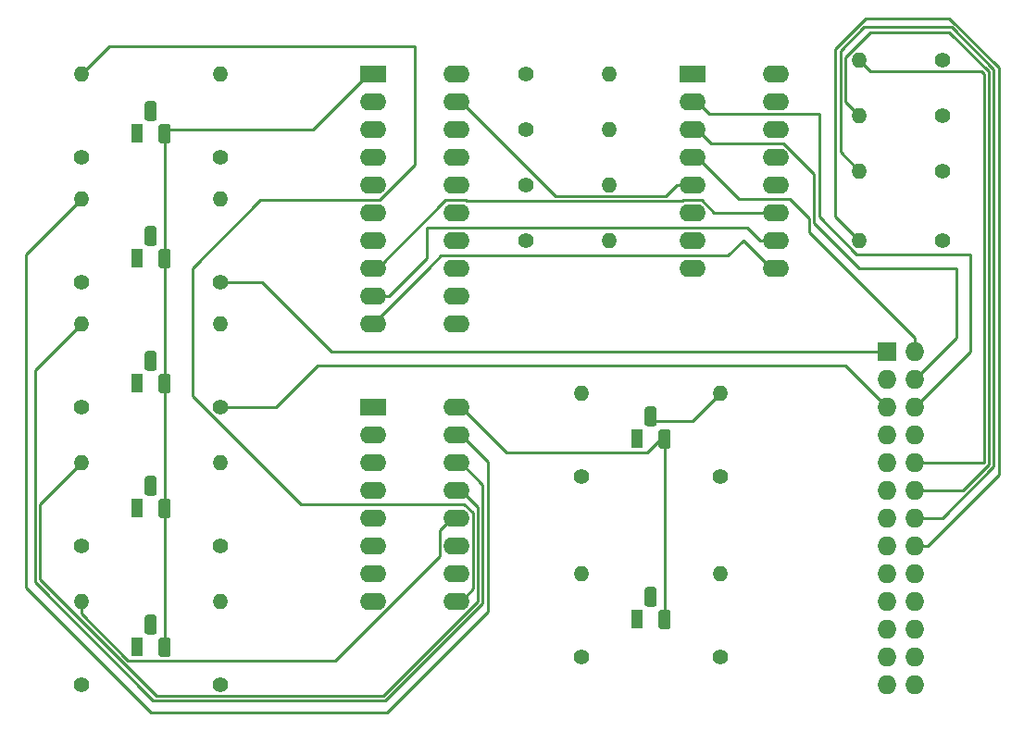
<source format=gbr>
G04 #@! TF.GenerationSoftware,KiCad,Pcbnew,5.0.0+dfsg1-2*
G04 #@! TF.CreationDate,2018-11-20T21:01:12-06:00*
G04 #@! TF.ProjectId,49es,343965732E6B696361645F7063620000,rev?*
G04 #@! TF.SameCoordinates,Original*
G04 #@! TF.FileFunction,Copper,L2,Bot,Signal*
G04 #@! TF.FilePolarity,Positive*
%FSLAX46Y46*%
G04 Gerber Fmt 4.6, Leading zero omitted, Abs format (unit mm)*
G04 Created by KiCad (PCBNEW 5.0.0+dfsg1-2) date Tue Nov 20 21:01:12 2018*
%MOMM*%
%LPD*%
G01*
G04 APERTURE LIST*
G04 #@! TA.AperFunction,ComponentPad*
%ADD10O,2.400000X1.600000*%
G04 #@! TD*
G04 #@! TA.AperFunction,ComponentPad*
%ADD11R,2.400000X1.600000*%
G04 #@! TD*
G04 #@! TA.AperFunction,ComponentPad*
%ADD12R,1.727200X1.727200*%
G04 #@! TD*
G04 #@! TA.AperFunction,ComponentPad*
%ADD13O,1.727200X1.727200*%
G04 #@! TD*
G04 #@! TA.AperFunction,ComponentPad*
%ADD14R,1.100000X1.800000*%
G04 #@! TD*
G04 #@! TA.AperFunction,Conductor*
%ADD15C,0.100000*%
G04 #@! TD*
G04 #@! TA.AperFunction,ComponentPad*
%ADD16C,1.100000*%
G04 #@! TD*
G04 #@! TA.AperFunction,ComponentPad*
%ADD17O,1.400000X1.400000*%
G04 #@! TD*
G04 #@! TA.AperFunction,ComponentPad*
%ADD18C,1.400000*%
G04 #@! TD*
G04 #@! TA.AperFunction,Conductor*
%ADD19C,0.250000*%
G04 #@! TD*
G04 APERTURE END LIST*
D10*
G04 #@! TO.P,3-to-8,16*
G04 #@! TO.N,+3V3*
X147320000Y-71120000D03*
G04 #@! TO.P,3-to-8,8*
G04 #@! TO.N,GND*
X139700000Y-88900000D03*
G04 #@! TO.P,3-to-8,15*
G04 #@! TO.N,Net-(3-to-8-Pad15)*
X147320000Y-73660000D03*
G04 #@! TO.P,3-to-8,7*
G04 #@! TO.N,Net-(3-to-8-Pad7)*
X139700000Y-86360000D03*
G04 #@! TO.P,3-to-8,14*
G04 #@! TO.N,Net-(3-to-8-Pad14)*
X147320000Y-76200000D03*
G04 #@! TO.P,3-to-8,6*
G04 #@! TO.N,+3V3*
X139700000Y-83820000D03*
G04 #@! TO.P,3-to-8,13*
G04 #@! TO.N,Net-(3-to-8-Pad13)*
X147320000Y-78740000D03*
G04 #@! TO.P,3-to-8,5*
G04 #@! TO.N,GND*
X139700000Y-81280000D03*
G04 #@! TO.P,3-to-8,12*
G04 #@! TO.N,Net-(3-to-8-Pad12)*
X147320000Y-81280000D03*
G04 #@! TO.P,3-to-8,4*
G04 #@! TO.N,GND*
X139700000Y-78740000D03*
G04 #@! TO.P,3-to-8,11*
G04 #@! TO.N,Net-(3-to-8-Pad11)*
X147320000Y-83820000D03*
G04 #@! TO.P,3-to-8,3*
G04 #@! TO.N,Net-(3-to-8-Pad3)*
X139700000Y-76200000D03*
G04 #@! TO.P,3-to-8,10*
G04 #@! TO.N,Net-(3-to-8-Pad10)*
X147320000Y-86360000D03*
G04 #@! TO.P,3-to-8,2*
G04 #@! TO.N,Net-(3-to-8-Pad2)*
X139700000Y-73660000D03*
G04 #@! TO.P,3-to-8,9*
G04 #@! TO.N,Net-(3-to-8-Pad9)*
X147320000Y-88900000D03*
D11*
G04 #@! TO.P,3-to-8,1*
G04 #@! TO.N,Net-(3-to-8-Pad1)*
X139700000Y-71120000D03*
G04 #@! TD*
D12*
G04 #@! TO.P,J1,1*
G04 #@! TO.N,Net-(J1-Pad1)*
X186690000Y-66040000D03*
D13*
G04 #@! TO.P,J1,2*
G04 #@! TO.N,Net-(J1-Pad2)*
X189230000Y-66040000D03*
G04 #@! TO.P,J1,3*
G04 #@! TO.N,Net-(J1-Pad3)*
X186690000Y-68580000D03*
G04 #@! TO.P,J1,4*
G04 #@! TO.N,Net-(J1-Pad4)*
X189230000Y-68580000D03*
G04 #@! TO.P,J1,5*
G04 #@! TO.N,Net-(J1-Pad5)*
X186690000Y-71120000D03*
G04 #@! TO.P,J1,6*
G04 #@! TO.N,Net-(J1-Pad6)*
X189230000Y-71120000D03*
G04 #@! TO.P,J1,7*
G04 #@! TO.N,Net-(J1-Pad7)*
X186690000Y-73660000D03*
G04 #@! TO.P,J1,8*
G04 #@! TO.N,Net-(J1-Pad8)*
X189230000Y-73660000D03*
G04 #@! TO.P,J1,9*
G04 #@! TO.N,Net-(J1-Pad9)*
X186690000Y-76200000D03*
G04 #@! TO.P,J1,10*
G04 #@! TO.N,Net-(J1-Pad10)*
X189230000Y-76200000D03*
G04 #@! TO.P,J1,11*
G04 #@! TO.N,Net-(J1-Pad11)*
X186690000Y-78740000D03*
G04 #@! TO.P,J1,12*
G04 #@! TO.N,Net-(J1-Pad12)*
X189230000Y-78740000D03*
G04 #@! TO.P,J1,13*
G04 #@! TO.N,Net-(J1-Pad13)*
X186690000Y-81280000D03*
G04 #@! TO.P,J1,14*
G04 #@! TO.N,Net-(J1-Pad14)*
X189230000Y-81280000D03*
G04 #@! TO.P,J1,15*
G04 #@! TO.N,Net-(J1-Pad15)*
X186690000Y-83820000D03*
G04 #@! TO.P,J1,16*
G04 #@! TO.N,Net-(J1-Pad16)*
X189230000Y-83820000D03*
G04 #@! TO.P,J1,17*
G04 #@! TO.N,Net-(J1-Pad17)*
X186690000Y-86360000D03*
G04 #@! TO.P,J1,18*
G04 #@! TO.N,Net-(J1-Pad18)*
X189230000Y-86360000D03*
G04 #@! TO.P,J1,19*
G04 #@! TO.N,Net-(J1-Pad19)*
X186690000Y-88900000D03*
G04 #@! TO.P,J1,20*
G04 #@! TO.N,Net-(J1-Pad20)*
X189230000Y-88900000D03*
G04 #@! TO.P,J1,21*
G04 #@! TO.N,Net-(J1-Pad21)*
X186690000Y-91440000D03*
G04 #@! TO.P,J1,22*
G04 #@! TO.N,Net-(J1-Pad22)*
X189230000Y-91440000D03*
G04 #@! TO.P,J1,23*
G04 #@! TO.N,Net-(J1-Pad23)*
X186690000Y-93980000D03*
G04 #@! TO.P,J1,24*
G04 #@! TO.N,Net-(J1-Pad24)*
X189230000Y-93980000D03*
G04 #@! TO.P,J1,25*
G04 #@! TO.N,Net-(J1-Pad25)*
X186690000Y-96520000D03*
G04 #@! TO.P,J1,26*
G04 #@! TO.N,Net-(J1-Pad26)*
X189230000Y-96520000D03*
G04 #@! TD*
D11*
G04 #@! TO.P,MSP1,1*
G04 #@! TO.N,+3V3*
X139700000Y-40640000D03*
D10*
G04 #@! TO.P,MSP1,11*
G04 #@! TO.N,Net-(3-to-8-Pad1)*
X147320000Y-63500000D03*
G04 #@! TO.P,MSP1,2*
G04 #@! TO.N,Net-(MSP1-Pad2)*
X139700000Y-43180000D03*
G04 #@! TO.P,MSP1,12*
G04 #@! TO.N,Net-(3-to-8-Pad2)*
X147320000Y-60960000D03*
G04 #@! TO.P,MSP1,3*
G04 #@! TO.N,Net-(MSP1-Pad3)*
X139700000Y-45720000D03*
G04 #@! TO.P,MSP1,13*
G04 #@! TO.N,Net-(3-to-8-Pad3)*
X147320000Y-58420000D03*
G04 #@! TO.P,MSP1,4*
G04 #@! TO.N,Net-(MSP1-Pad4)*
X139700000Y-48260000D03*
G04 #@! TO.P,MSP1,14*
G04 #@! TO.N,Net-(MSP1-Pad14)*
X147320000Y-55880000D03*
G04 #@! TO.P,MSP1,5*
G04 #@! TO.N,Net-(MSP1-Pad5)*
X139700000Y-50800000D03*
G04 #@! TO.P,MSP1,15*
G04 #@! TO.N,Net-(MSP1-Pad15)*
X147320000Y-53340000D03*
G04 #@! TO.P,MSP1,6*
G04 #@! TO.N,Net-(MSP1-Pad6)*
X139700000Y-53340000D03*
G04 #@! TO.P,MSP1,16*
G04 #@! TO.N,Net-(MSP1-Pad16)*
X147320000Y-50800000D03*
G04 #@! TO.P,MSP1,7*
G04 #@! TO.N,Net-(MSP1-Pad7)*
X139700000Y-55880000D03*
G04 #@! TO.P,MSP1,17*
G04 #@! TO.N,Net-(MSP1-Pad17)*
X147320000Y-48260000D03*
G04 #@! TO.P,MSP1,8*
G04 #@! TO.N,Net-(MSP1-Pad8)*
X139700000Y-58420000D03*
G04 #@! TO.P,MSP1,18*
G04 #@! TO.N,Net-(MSP1-Pad18)*
X147320000Y-45720000D03*
G04 #@! TO.P,MSP1,9*
G04 #@! TO.N,Net-(MSP1-Pad9)*
X139700000Y-60960000D03*
G04 #@! TO.P,MSP1,19*
G04 #@! TO.N,Net-(MSP1-Pad19)*
X147320000Y-43180000D03*
G04 #@! TO.P,MSP1,10*
G04 #@! TO.N,Net-(MSP1-Pad10)*
X139700000Y-63500000D03*
G04 #@! TO.P,MSP1,20*
G04 #@! TO.N,GND*
X147320000Y-40640000D03*
G04 #@! TD*
D11*
G04 #@! TO.P,MUX1,1*
G04 #@! TO.N,Net-(J1-Pad8)*
X168910000Y-40640000D03*
D10*
G04 #@! TO.P,MUX1,9*
G04 #@! TO.N,Net-(MSP1-Pad10)*
X176530000Y-58420000D03*
G04 #@! TO.P,MUX1,2*
G04 #@! TO.N,Net-(J1-Pad6)*
X168910000Y-43180000D03*
G04 #@! TO.P,MUX1,10*
G04 #@! TO.N,Net-(MSP1-Pad9)*
X176530000Y-55880000D03*
G04 #@! TO.P,MUX1,3*
G04 #@! TO.N,Net-(J1-Pad4)*
X168910000Y-45720000D03*
G04 #@! TO.P,MUX1,11*
G04 #@! TO.N,Net-(MSP1-Pad8)*
X176530000Y-53340000D03*
G04 #@! TO.P,MUX1,4*
G04 #@! TO.N,Net-(J1-Pad2)*
X168910000Y-48260000D03*
G04 #@! TO.P,MUX1,12*
G04 #@! TO.N,Net-(J1-Pad16)*
X176530000Y-50800000D03*
G04 #@! TO.P,MUX1,5*
G04 #@! TO.N,Net-(MSP1-Pad19)*
X168910000Y-50800000D03*
G04 #@! TO.P,MUX1,13*
G04 #@! TO.N,Net-(J1-Pad14)*
X176530000Y-48260000D03*
G04 #@! TO.P,MUX1,6*
G04 #@! TO.N,Net-(MUX1-Pad6)*
X168910000Y-53340000D03*
G04 #@! TO.P,MUX1,14*
G04 #@! TO.N,Net-(J1-Pad12)*
X176530000Y-45720000D03*
G04 #@! TO.P,MUX1,7*
G04 #@! TO.N,GND*
X168910000Y-55880000D03*
G04 #@! TO.P,MUX1,15*
G04 #@! TO.N,Net-(J1-Pad10)*
X176530000Y-43180000D03*
G04 #@! TO.P,MUX1,8*
G04 #@! TO.N,GND*
X168910000Y-58420000D03*
G04 #@! TO.P,MUX1,16*
G04 #@! TO.N,+3V3*
X176530000Y-40640000D03*
G04 #@! TD*
D14*
G04 #@! TO.P,Q1,1*
G04 #@! TO.N,Net-(Q1-Pad1)*
X118110000Y-46120000D03*
D15*
G04 #@! TD*
G04 #@! TO.N,+3V3*
G04 #@! TO.C,Q1*
G36*
X120951955Y-45221324D02*
X120978650Y-45225284D01*
X121004828Y-45231841D01*
X121030238Y-45240933D01*
X121054634Y-45252472D01*
X121077782Y-45266346D01*
X121099458Y-45282422D01*
X121119454Y-45300546D01*
X121137578Y-45320542D01*
X121153654Y-45342218D01*
X121167528Y-45365366D01*
X121179067Y-45389762D01*
X121188159Y-45415172D01*
X121194716Y-45441350D01*
X121198676Y-45468045D01*
X121200000Y-45495000D01*
X121200000Y-46745000D01*
X121198676Y-46771955D01*
X121194716Y-46798650D01*
X121188159Y-46824828D01*
X121179067Y-46850238D01*
X121167528Y-46874634D01*
X121153654Y-46897782D01*
X121137578Y-46919458D01*
X121119454Y-46939454D01*
X121099458Y-46957578D01*
X121077782Y-46973654D01*
X121054634Y-46987528D01*
X121030238Y-46999067D01*
X121004828Y-47008159D01*
X120978650Y-47014716D01*
X120951955Y-47018676D01*
X120925000Y-47020000D01*
X120375000Y-47020000D01*
X120348045Y-47018676D01*
X120321350Y-47014716D01*
X120295172Y-47008159D01*
X120269762Y-46999067D01*
X120245366Y-46987528D01*
X120222218Y-46973654D01*
X120200542Y-46957578D01*
X120180546Y-46939454D01*
X120162422Y-46919458D01*
X120146346Y-46897782D01*
X120132472Y-46874634D01*
X120120933Y-46850238D01*
X120111841Y-46824828D01*
X120105284Y-46798650D01*
X120101324Y-46771955D01*
X120100000Y-46745000D01*
X120100000Y-45495000D01*
X120101324Y-45468045D01*
X120105284Y-45441350D01*
X120111841Y-45415172D01*
X120120933Y-45389762D01*
X120132472Y-45365366D01*
X120146346Y-45342218D01*
X120162422Y-45320542D01*
X120180546Y-45300546D01*
X120200542Y-45282422D01*
X120222218Y-45266346D01*
X120245366Y-45252472D01*
X120269762Y-45240933D01*
X120295172Y-45231841D01*
X120321350Y-45225284D01*
X120348045Y-45221324D01*
X120375000Y-45220000D01*
X120925000Y-45220000D01*
X120951955Y-45221324D01*
X120951955Y-45221324D01*
G37*
D16*
G04 #@! TO.P,Q1,3*
G04 #@! TO.N,+3V3*
X120650000Y-46120000D03*
D15*
G04 #@! TD*
G04 #@! TO.N,Net-(Q1-Pad2)*
G04 #@! TO.C,Q1*
G36*
X119681955Y-43151324D02*
X119708650Y-43155284D01*
X119734828Y-43161841D01*
X119760238Y-43170933D01*
X119784634Y-43182472D01*
X119807782Y-43196346D01*
X119829458Y-43212422D01*
X119849454Y-43230546D01*
X119867578Y-43250542D01*
X119883654Y-43272218D01*
X119897528Y-43295366D01*
X119909067Y-43319762D01*
X119918159Y-43345172D01*
X119924716Y-43371350D01*
X119928676Y-43398045D01*
X119930000Y-43425000D01*
X119930000Y-44675000D01*
X119928676Y-44701955D01*
X119924716Y-44728650D01*
X119918159Y-44754828D01*
X119909067Y-44780238D01*
X119897528Y-44804634D01*
X119883654Y-44827782D01*
X119867578Y-44849458D01*
X119849454Y-44869454D01*
X119829458Y-44887578D01*
X119807782Y-44903654D01*
X119784634Y-44917528D01*
X119760238Y-44929067D01*
X119734828Y-44938159D01*
X119708650Y-44944716D01*
X119681955Y-44948676D01*
X119655000Y-44950000D01*
X119105000Y-44950000D01*
X119078045Y-44948676D01*
X119051350Y-44944716D01*
X119025172Y-44938159D01*
X118999762Y-44929067D01*
X118975366Y-44917528D01*
X118952218Y-44903654D01*
X118930542Y-44887578D01*
X118910546Y-44869454D01*
X118892422Y-44849458D01*
X118876346Y-44827782D01*
X118862472Y-44804634D01*
X118850933Y-44780238D01*
X118841841Y-44754828D01*
X118835284Y-44728650D01*
X118831324Y-44701955D01*
X118830000Y-44675000D01*
X118830000Y-43425000D01*
X118831324Y-43398045D01*
X118835284Y-43371350D01*
X118841841Y-43345172D01*
X118850933Y-43319762D01*
X118862472Y-43295366D01*
X118876346Y-43272218D01*
X118892422Y-43250542D01*
X118910546Y-43230546D01*
X118930542Y-43212422D01*
X118952218Y-43196346D01*
X118975366Y-43182472D01*
X118999762Y-43170933D01*
X119025172Y-43161841D01*
X119051350Y-43155284D01*
X119078045Y-43151324D01*
X119105000Y-43150000D01*
X119655000Y-43150000D01*
X119681955Y-43151324D01*
X119681955Y-43151324D01*
G37*
D16*
G04 #@! TO.P,Q1,2*
G04 #@! TO.N,Net-(Q1-Pad2)*
X119380000Y-44050000D03*
G04 #@! TD*
D15*
G04 #@! TO.N,Net-(Q2-Pad2)*
G04 #@! TO.C,Q2*
G36*
X119681955Y-54581324D02*
X119708650Y-54585284D01*
X119734828Y-54591841D01*
X119760238Y-54600933D01*
X119784634Y-54612472D01*
X119807782Y-54626346D01*
X119829458Y-54642422D01*
X119849454Y-54660546D01*
X119867578Y-54680542D01*
X119883654Y-54702218D01*
X119897528Y-54725366D01*
X119909067Y-54749762D01*
X119918159Y-54775172D01*
X119924716Y-54801350D01*
X119928676Y-54828045D01*
X119930000Y-54855000D01*
X119930000Y-56105000D01*
X119928676Y-56131955D01*
X119924716Y-56158650D01*
X119918159Y-56184828D01*
X119909067Y-56210238D01*
X119897528Y-56234634D01*
X119883654Y-56257782D01*
X119867578Y-56279458D01*
X119849454Y-56299454D01*
X119829458Y-56317578D01*
X119807782Y-56333654D01*
X119784634Y-56347528D01*
X119760238Y-56359067D01*
X119734828Y-56368159D01*
X119708650Y-56374716D01*
X119681955Y-56378676D01*
X119655000Y-56380000D01*
X119105000Y-56380000D01*
X119078045Y-56378676D01*
X119051350Y-56374716D01*
X119025172Y-56368159D01*
X118999762Y-56359067D01*
X118975366Y-56347528D01*
X118952218Y-56333654D01*
X118930542Y-56317578D01*
X118910546Y-56299454D01*
X118892422Y-56279458D01*
X118876346Y-56257782D01*
X118862472Y-56234634D01*
X118850933Y-56210238D01*
X118841841Y-56184828D01*
X118835284Y-56158650D01*
X118831324Y-56131955D01*
X118830000Y-56105000D01*
X118830000Y-54855000D01*
X118831324Y-54828045D01*
X118835284Y-54801350D01*
X118841841Y-54775172D01*
X118850933Y-54749762D01*
X118862472Y-54725366D01*
X118876346Y-54702218D01*
X118892422Y-54680542D01*
X118910546Y-54660546D01*
X118930542Y-54642422D01*
X118952218Y-54626346D01*
X118975366Y-54612472D01*
X118999762Y-54600933D01*
X119025172Y-54591841D01*
X119051350Y-54585284D01*
X119078045Y-54581324D01*
X119105000Y-54580000D01*
X119655000Y-54580000D01*
X119681955Y-54581324D01*
X119681955Y-54581324D01*
G37*
D16*
G04 #@! TD*
G04 #@! TO.P,Q2,2*
G04 #@! TO.N,Net-(Q2-Pad2)*
X119380000Y-55480000D03*
D15*
G04 #@! TO.N,+3V3*
G04 #@! TO.C,Q2*
G36*
X120951955Y-56651324D02*
X120978650Y-56655284D01*
X121004828Y-56661841D01*
X121030238Y-56670933D01*
X121054634Y-56682472D01*
X121077782Y-56696346D01*
X121099458Y-56712422D01*
X121119454Y-56730546D01*
X121137578Y-56750542D01*
X121153654Y-56772218D01*
X121167528Y-56795366D01*
X121179067Y-56819762D01*
X121188159Y-56845172D01*
X121194716Y-56871350D01*
X121198676Y-56898045D01*
X121200000Y-56925000D01*
X121200000Y-58175000D01*
X121198676Y-58201955D01*
X121194716Y-58228650D01*
X121188159Y-58254828D01*
X121179067Y-58280238D01*
X121167528Y-58304634D01*
X121153654Y-58327782D01*
X121137578Y-58349458D01*
X121119454Y-58369454D01*
X121099458Y-58387578D01*
X121077782Y-58403654D01*
X121054634Y-58417528D01*
X121030238Y-58429067D01*
X121004828Y-58438159D01*
X120978650Y-58444716D01*
X120951955Y-58448676D01*
X120925000Y-58450000D01*
X120375000Y-58450000D01*
X120348045Y-58448676D01*
X120321350Y-58444716D01*
X120295172Y-58438159D01*
X120269762Y-58429067D01*
X120245366Y-58417528D01*
X120222218Y-58403654D01*
X120200542Y-58387578D01*
X120180546Y-58369454D01*
X120162422Y-58349458D01*
X120146346Y-58327782D01*
X120132472Y-58304634D01*
X120120933Y-58280238D01*
X120111841Y-58254828D01*
X120105284Y-58228650D01*
X120101324Y-58201955D01*
X120100000Y-58175000D01*
X120100000Y-56925000D01*
X120101324Y-56898045D01*
X120105284Y-56871350D01*
X120111841Y-56845172D01*
X120120933Y-56819762D01*
X120132472Y-56795366D01*
X120146346Y-56772218D01*
X120162422Y-56750542D01*
X120180546Y-56730546D01*
X120200542Y-56712422D01*
X120222218Y-56696346D01*
X120245366Y-56682472D01*
X120269762Y-56670933D01*
X120295172Y-56661841D01*
X120321350Y-56655284D01*
X120348045Y-56651324D01*
X120375000Y-56650000D01*
X120925000Y-56650000D01*
X120951955Y-56651324D01*
X120951955Y-56651324D01*
G37*
D16*
G04 #@! TD*
G04 #@! TO.P,Q2,3*
G04 #@! TO.N,+3V3*
X120650000Y-57550000D03*
D14*
G04 #@! TO.P,Q2,1*
G04 #@! TO.N,Net-(Q2-Pad1)*
X118110000Y-57550000D03*
G04 #@! TD*
G04 #@! TO.P,Q3,1*
G04 #@! TO.N,Net-(Q3-Pad1)*
X118110000Y-68980000D03*
D15*
G04 #@! TD*
G04 #@! TO.N,+3V3*
G04 #@! TO.C,Q3*
G36*
X120951955Y-68081324D02*
X120978650Y-68085284D01*
X121004828Y-68091841D01*
X121030238Y-68100933D01*
X121054634Y-68112472D01*
X121077782Y-68126346D01*
X121099458Y-68142422D01*
X121119454Y-68160546D01*
X121137578Y-68180542D01*
X121153654Y-68202218D01*
X121167528Y-68225366D01*
X121179067Y-68249762D01*
X121188159Y-68275172D01*
X121194716Y-68301350D01*
X121198676Y-68328045D01*
X121200000Y-68355000D01*
X121200000Y-69605000D01*
X121198676Y-69631955D01*
X121194716Y-69658650D01*
X121188159Y-69684828D01*
X121179067Y-69710238D01*
X121167528Y-69734634D01*
X121153654Y-69757782D01*
X121137578Y-69779458D01*
X121119454Y-69799454D01*
X121099458Y-69817578D01*
X121077782Y-69833654D01*
X121054634Y-69847528D01*
X121030238Y-69859067D01*
X121004828Y-69868159D01*
X120978650Y-69874716D01*
X120951955Y-69878676D01*
X120925000Y-69880000D01*
X120375000Y-69880000D01*
X120348045Y-69878676D01*
X120321350Y-69874716D01*
X120295172Y-69868159D01*
X120269762Y-69859067D01*
X120245366Y-69847528D01*
X120222218Y-69833654D01*
X120200542Y-69817578D01*
X120180546Y-69799454D01*
X120162422Y-69779458D01*
X120146346Y-69757782D01*
X120132472Y-69734634D01*
X120120933Y-69710238D01*
X120111841Y-69684828D01*
X120105284Y-69658650D01*
X120101324Y-69631955D01*
X120100000Y-69605000D01*
X120100000Y-68355000D01*
X120101324Y-68328045D01*
X120105284Y-68301350D01*
X120111841Y-68275172D01*
X120120933Y-68249762D01*
X120132472Y-68225366D01*
X120146346Y-68202218D01*
X120162422Y-68180542D01*
X120180546Y-68160546D01*
X120200542Y-68142422D01*
X120222218Y-68126346D01*
X120245366Y-68112472D01*
X120269762Y-68100933D01*
X120295172Y-68091841D01*
X120321350Y-68085284D01*
X120348045Y-68081324D01*
X120375000Y-68080000D01*
X120925000Y-68080000D01*
X120951955Y-68081324D01*
X120951955Y-68081324D01*
G37*
D16*
G04 #@! TO.P,Q3,3*
G04 #@! TO.N,+3V3*
X120650000Y-68980000D03*
D15*
G04 #@! TD*
G04 #@! TO.N,Net-(Q3-Pad2)*
G04 #@! TO.C,Q3*
G36*
X119681955Y-66011324D02*
X119708650Y-66015284D01*
X119734828Y-66021841D01*
X119760238Y-66030933D01*
X119784634Y-66042472D01*
X119807782Y-66056346D01*
X119829458Y-66072422D01*
X119849454Y-66090546D01*
X119867578Y-66110542D01*
X119883654Y-66132218D01*
X119897528Y-66155366D01*
X119909067Y-66179762D01*
X119918159Y-66205172D01*
X119924716Y-66231350D01*
X119928676Y-66258045D01*
X119930000Y-66285000D01*
X119930000Y-67535000D01*
X119928676Y-67561955D01*
X119924716Y-67588650D01*
X119918159Y-67614828D01*
X119909067Y-67640238D01*
X119897528Y-67664634D01*
X119883654Y-67687782D01*
X119867578Y-67709458D01*
X119849454Y-67729454D01*
X119829458Y-67747578D01*
X119807782Y-67763654D01*
X119784634Y-67777528D01*
X119760238Y-67789067D01*
X119734828Y-67798159D01*
X119708650Y-67804716D01*
X119681955Y-67808676D01*
X119655000Y-67810000D01*
X119105000Y-67810000D01*
X119078045Y-67808676D01*
X119051350Y-67804716D01*
X119025172Y-67798159D01*
X118999762Y-67789067D01*
X118975366Y-67777528D01*
X118952218Y-67763654D01*
X118930542Y-67747578D01*
X118910546Y-67729454D01*
X118892422Y-67709458D01*
X118876346Y-67687782D01*
X118862472Y-67664634D01*
X118850933Y-67640238D01*
X118841841Y-67614828D01*
X118835284Y-67588650D01*
X118831324Y-67561955D01*
X118830000Y-67535000D01*
X118830000Y-66285000D01*
X118831324Y-66258045D01*
X118835284Y-66231350D01*
X118841841Y-66205172D01*
X118850933Y-66179762D01*
X118862472Y-66155366D01*
X118876346Y-66132218D01*
X118892422Y-66110542D01*
X118910546Y-66090546D01*
X118930542Y-66072422D01*
X118952218Y-66056346D01*
X118975366Y-66042472D01*
X118999762Y-66030933D01*
X119025172Y-66021841D01*
X119051350Y-66015284D01*
X119078045Y-66011324D01*
X119105000Y-66010000D01*
X119655000Y-66010000D01*
X119681955Y-66011324D01*
X119681955Y-66011324D01*
G37*
D16*
G04 #@! TO.P,Q3,2*
G04 #@! TO.N,Net-(Q3-Pad2)*
X119380000Y-66910000D03*
G04 #@! TD*
D15*
G04 #@! TO.N,Net-(Q4-Pad2)*
G04 #@! TO.C,Q4*
G36*
X119681955Y-77441324D02*
X119708650Y-77445284D01*
X119734828Y-77451841D01*
X119760238Y-77460933D01*
X119784634Y-77472472D01*
X119807782Y-77486346D01*
X119829458Y-77502422D01*
X119849454Y-77520546D01*
X119867578Y-77540542D01*
X119883654Y-77562218D01*
X119897528Y-77585366D01*
X119909067Y-77609762D01*
X119918159Y-77635172D01*
X119924716Y-77661350D01*
X119928676Y-77688045D01*
X119930000Y-77715000D01*
X119930000Y-78965000D01*
X119928676Y-78991955D01*
X119924716Y-79018650D01*
X119918159Y-79044828D01*
X119909067Y-79070238D01*
X119897528Y-79094634D01*
X119883654Y-79117782D01*
X119867578Y-79139458D01*
X119849454Y-79159454D01*
X119829458Y-79177578D01*
X119807782Y-79193654D01*
X119784634Y-79207528D01*
X119760238Y-79219067D01*
X119734828Y-79228159D01*
X119708650Y-79234716D01*
X119681955Y-79238676D01*
X119655000Y-79240000D01*
X119105000Y-79240000D01*
X119078045Y-79238676D01*
X119051350Y-79234716D01*
X119025172Y-79228159D01*
X118999762Y-79219067D01*
X118975366Y-79207528D01*
X118952218Y-79193654D01*
X118930542Y-79177578D01*
X118910546Y-79159454D01*
X118892422Y-79139458D01*
X118876346Y-79117782D01*
X118862472Y-79094634D01*
X118850933Y-79070238D01*
X118841841Y-79044828D01*
X118835284Y-79018650D01*
X118831324Y-78991955D01*
X118830000Y-78965000D01*
X118830000Y-77715000D01*
X118831324Y-77688045D01*
X118835284Y-77661350D01*
X118841841Y-77635172D01*
X118850933Y-77609762D01*
X118862472Y-77585366D01*
X118876346Y-77562218D01*
X118892422Y-77540542D01*
X118910546Y-77520546D01*
X118930542Y-77502422D01*
X118952218Y-77486346D01*
X118975366Y-77472472D01*
X118999762Y-77460933D01*
X119025172Y-77451841D01*
X119051350Y-77445284D01*
X119078045Y-77441324D01*
X119105000Y-77440000D01*
X119655000Y-77440000D01*
X119681955Y-77441324D01*
X119681955Y-77441324D01*
G37*
D16*
G04 #@! TD*
G04 #@! TO.P,Q4,2*
G04 #@! TO.N,Net-(Q4-Pad2)*
X119380000Y-78340000D03*
D15*
G04 #@! TO.N,+3V3*
G04 #@! TO.C,Q4*
G36*
X120951955Y-79511324D02*
X120978650Y-79515284D01*
X121004828Y-79521841D01*
X121030238Y-79530933D01*
X121054634Y-79542472D01*
X121077782Y-79556346D01*
X121099458Y-79572422D01*
X121119454Y-79590546D01*
X121137578Y-79610542D01*
X121153654Y-79632218D01*
X121167528Y-79655366D01*
X121179067Y-79679762D01*
X121188159Y-79705172D01*
X121194716Y-79731350D01*
X121198676Y-79758045D01*
X121200000Y-79785000D01*
X121200000Y-81035000D01*
X121198676Y-81061955D01*
X121194716Y-81088650D01*
X121188159Y-81114828D01*
X121179067Y-81140238D01*
X121167528Y-81164634D01*
X121153654Y-81187782D01*
X121137578Y-81209458D01*
X121119454Y-81229454D01*
X121099458Y-81247578D01*
X121077782Y-81263654D01*
X121054634Y-81277528D01*
X121030238Y-81289067D01*
X121004828Y-81298159D01*
X120978650Y-81304716D01*
X120951955Y-81308676D01*
X120925000Y-81310000D01*
X120375000Y-81310000D01*
X120348045Y-81308676D01*
X120321350Y-81304716D01*
X120295172Y-81298159D01*
X120269762Y-81289067D01*
X120245366Y-81277528D01*
X120222218Y-81263654D01*
X120200542Y-81247578D01*
X120180546Y-81229454D01*
X120162422Y-81209458D01*
X120146346Y-81187782D01*
X120132472Y-81164634D01*
X120120933Y-81140238D01*
X120111841Y-81114828D01*
X120105284Y-81088650D01*
X120101324Y-81061955D01*
X120100000Y-81035000D01*
X120100000Y-79785000D01*
X120101324Y-79758045D01*
X120105284Y-79731350D01*
X120111841Y-79705172D01*
X120120933Y-79679762D01*
X120132472Y-79655366D01*
X120146346Y-79632218D01*
X120162422Y-79610542D01*
X120180546Y-79590546D01*
X120200542Y-79572422D01*
X120222218Y-79556346D01*
X120245366Y-79542472D01*
X120269762Y-79530933D01*
X120295172Y-79521841D01*
X120321350Y-79515284D01*
X120348045Y-79511324D01*
X120375000Y-79510000D01*
X120925000Y-79510000D01*
X120951955Y-79511324D01*
X120951955Y-79511324D01*
G37*
D16*
G04 #@! TD*
G04 #@! TO.P,Q4,3*
G04 #@! TO.N,+3V3*
X120650000Y-80410000D03*
D14*
G04 #@! TO.P,Q4,1*
G04 #@! TO.N,Net-(Q4-Pad1)*
X118110000Y-80410000D03*
G04 #@! TD*
G04 #@! TO.P,Q5,1*
G04 #@! TO.N,Net-(Q5-Pad1)*
X118110000Y-93110000D03*
D15*
G04 #@! TD*
G04 #@! TO.N,+3V3*
G04 #@! TO.C,Q5*
G36*
X120951955Y-92211324D02*
X120978650Y-92215284D01*
X121004828Y-92221841D01*
X121030238Y-92230933D01*
X121054634Y-92242472D01*
X121077782Y-92256346D01*
X121099458Y-92272422D01*
X121119454Y-92290546D01*
X121137578Y-92310542D01*
X121153654Y-92332218D01*
X121167528Y-92355366D01*
X121179067Y-92379762D01*
X121188159Y-92405172D01*
X121194716Y-92431350D01*
X121198676Y-92458045D01*
X121200000Y-92485000D01*
X121200000Y-93735000D01*
X121198676Y-93761955D01*
X121194716Y-93788650D01*
X121188159Y-93814828D01*
X121179067Y-93840238D01*
X121167528Y-93864634D01*
X121153654Y-93887782D01*
X121137578Y-93909458D01*
X121119454Y-93929454D01*
X121099458Y-93947578D01*
X121077782Y-93963654D01*
X121054634Y-93977528D01*
X121030238Y-93989067D01*
X121004828Y-93998159D01*
X120978650Y-94004716D01*
X120951955Y-94008676D01*
X120925000Y-94010000D01*
X120375000Y-94010000D01*
X120348045Y-94008676D01*
X120321350Y-94004716D01*
X120295172Y-93998159D01*
X120269762Y-93989067D01*
X120245366Y-93977528D01*
X120222218Y-93963654D01*
X120200542Y-93947578D01*
X120180546Y-93929454D01*
X120162422Y-93909458D01*
X120146346Y-93887782D01*
X120132472Y-93864634D01*
X120120933Y-93840238D01*
X120111841Y-93814828D01*
X120105284Y-93788650D01*
X120101324Y-93761955D01*
X120100000Y-93735000D01*
X120100000Y-92485000D01*
X120101324Y-92458045D01*
X120105284Y-92431350D01*
X120111841Y-92405172D01*
X120120933Y-92379762D01*
X120132472Y-92355366D01*
X120146346Y-92332218D01*
X120162422Y-92310542D01*
X120180546Y-92290546D01*
X120200542Y-92272422D01*
X120222218Y-92256346D01*
X120245366Y-92242472D01*
X120269762Y-92230933D01*
X120295172Y-92221841D01*
X120321350Y-92215284D01*
X120348045Y-92211324D01*
X120375000Y-92210000D01*
X120925000Y-92210000D01*
X120951955Y-92211324D01*
X120951955Y-92211324D01*
G37*
D16*
G04 #@! TO.P,Q5,3*
G04 #@! TO.N,+3V3*
X120650000Y-93110000D03*
D15*
G04 #@! TD*
G04 #@! TO.N,Net-(Q5-Pad2)*
G04 #@! TO.C,Q5*
G36*
X119681955Y-90141324D02*
X119708650Y-90145284D01*
X119734828Y-90151841D01*
X119760238Y-90160933D01*
X119784634Y-90172472D01*
X119807782Y-90186346D01*
X119829458Y-90202422D01*
X119849454Y-90220546D01*
X119867578Y-90240542D01*
X119883654Y-90262218D01*
X119897528Y-90285366D01*
X119909067Y-90309762D01*
X119918159Y-90335172D01*
X119924716Y-90361350D01*
X119928676Y-90388045D01*
X119930000Y-90415000D01*
X119930000Y-91665000D01*
X119928676Y-91691955D01*
X119924716Y-91718650D01*
X119918159Y-91744828D01*
X119909067Y-91770238D01*
X119897528Y-91794634D01*
X119883654Y-91817782D01*
X119867578Y-91839458D01*
X119849454Y-91859454D01*
X119829458Y-91877578D01*
X119807782Y-91893654D01*
X119784634Y-91907528D01*
X119760238Y-91919067D01*
X119734828Y-91928159D01*
X119708650Y-91934716D01*
X119681955Y-91938676D01*
X119655000Y-91940000D01*
X119105000Y-91940000D01*
X119078045Y-91938676D01*
X119051350Y-91934716D01*
X119025172Y-91928159D01*
X118999762Y-91919067D01*
X118975366Y-91907528D01*
X118952218Y-91893654D01*
X118930542Y-91877578D01*
X118910546Y-91859454D01*
X118892422Y-91839458D01*
X118876346Y-91817782D01*
X118862472Y-91794634D01*
X118850933Y-91770238D01*
X118841841Y-91744828D01*
X118835284Y-91718650D01*
X118831324Y-91691955D01*
X118830000Y-91665000D01*
X118830000Y-90415000D01*
X118831324Y-90388045D01*
X118835284Y-90361350D01*
X118841841Y-90335172D01*
X118850933Y-90309762D01*
X118862472Y-90285366D01*
X118876346Y-90262218D01*
X118892422Y-90240542D01*
X118910546Y-90220546D01*
X118930542Y-90202422D01*
X118952218Y-90186346D01*
X118975366Y-90172472D01*
X118999762Y-90160933D01*
X119025172Y-90151841D01*
X119051350Y-90145284D01*
X119078045Y-90141324D01*
X119105000Y-90140000D01*
X119655000Y-90140000D01*
X119681955Y-90141324D01*
X119681955Y-90141324D01*
G37*
D16*
G04 #@! TO.P,Q5,2*
G04 #@! TO.N,Net-(Q5-Pad2)*
X119380000Y-91040000D03*
G04 #@! TD*
D15*
G04 #@! TO.N,Net-(Q6-Pad2)*
G04 #@! TO.C,Q6*
G36*
X165401955Y-71091324D02*
X165428650Y-71095284D01*
X165454828Y-71101841D01*
X165480238Y-71110933D01*
X165504634Y-71122472D01*
X165527782Y-71136346D01*
X165549458Y-71152422D01*
X165569454Y-71170546D01*
X165587578Y-71190542D01*
X165603654Y-71212218D01*
X165617528Y-71235366D01*
X165629067Y-71259762D01*
X165638159Y-71285172D01*
X165644716Y-71311350D01*
X165648676Y-71338045D01*
X165650000Y-71365000D01*
X165650000Y-72615000D01*
X165648676Y-72641955D01*
X165644716Y-72668650D01*
X165638159Y-72694828D01*
X165629067Y-72720238D01*
X165617528Y-72744634D01*
X165603654Y-72767782D01*
X165587578Y-72789458D01*
X165569454Y-72809454D01*
X165549458Y-72827578D01*
X165527782Y-72843654D01*
X165504634Y-72857528D01*
X165480238Y-72869067D01*
X165454828Y-72878159D01*
X165428650Y-72884716D01*
X165401955Y-72888676D01*
X165375000Y-72890000D01*
X164825000Y-72890000D01*
X164798045Y-72888676D01*
X164771350Y-72884716D01*
X164745172Y-72878159D01*
X164719762Y-72869067D01*
X164695366Y-72857528D01*
X164672218Y-72843654D01*
X164650542Y-72827578D01*
X164630546Y-72809454D01*
X164612422Y-72789458D01*
X164596346Y-72767782D01*
X164582472Y-72744634D01*
X164570933Y-72720238D01*
X164561841Y-72694828D01*
X164555284Y-72668650D01*
X164551324Y-72641955D01*
X164550000Y-72615000D01*
X164550000Y-71365000D01*
X164551324Y-71338045D01*
X164555284Y-71311350D01*
X164561841Y-71285172D01*
X164570933Y-71259762D01*
X164582472Y-71235366D01*
X164596346Y-71212218D01*
X164612422Y-71190542D01*
X164630546Y-71170546D01*
X164650542Y-71152422D01*
X164672218Y-71136346D01*
X164695366Y-71122472D01*
X164719762Y-71110933D01*
X164745172Y-71101841D01*
X164771350Y-71095284D01*
X164798045Y-71091324D01*
X164825000Y-71090000D01*
X165375000Y-71090000D01*
X165401955Y-71091324D01*
X165401955Y-71091324D01*
G37*
D16*
G04 #@! TD*
G04 #@! TO.P,Q6,2*
G04 #@! TO.N,Net-(Q6-Pad2)*
X165100000Y-71990000D03*
D15*
G04 #@! TO.N,+3V3*
G04 #@! TO.C,Q6*
G36*
X166671955Y-73161324D02*
X166698650Y-73165284D01*
X166724828Y-73171841D01*
X166750238Y-73180933D01*
X166774634Y-73192472D01*
X166797782Y-73206346D01*
X166819458Y-73222422D01*
X166839454Y-73240546D01*
X166857578Y-73260542D01*
X166873654Y-73282218D01*
X166887528Y-73305366D01*
X166899067Y-73329762D01*
X166908159Y-73355172D01*
X166914716Y-73381350D01*
X166918676Y-73408045D01*
X166920000Y-73435000D01*
X166920000Y-74685000D01*
X166918676Y-74711955D01*
X166914716Y-74738650D01*
X166908159Y-74764828D01*
X166899067Y-74790238D01*
X166887528Y-74814634D01*
X166873654Y-74837782D01*
X166857578Y-74859458D01*
X166839454Y-74879454D01*
X166819458Y-74897578D01*
X166797782Y-74913654D01*
X166774634Y-74927528D01*
X166750238Y-74939067D01*
X166724828Y-74948159D01*
X166698650Y-74954716D01*
X166671955Y-74958676D01*
X166645000Y-74960000D01*
X166095000Y-74960000D01*
X166068045Y-74958676D01*
X166041350Y-74954716D01*
X166015172Y-74948159D01*
X165989762Y-74939067D01*
X165965366Y-74927528D01*
X165942218Y-74913654D01*
X165920542Y-74897578D01*
X165900546Y-74879454D01*
X165882422Y-74859458D01*
X165866346Y-74837782D01*
X165852472Y-74814634D01*
X165840933Y-74790238D01*
X165831841Y-74764828D01*
X165825284Y-74738650D01*
X165821324Y-74711955D01*
X165820000Y-74685000D01*
X165820000Y-73435000D01*
X165821324Y-73408045D01*
X165825284Y-73381350D01*
X165831841Y-73355172D01*
X165840933Y-73329762D01*
X165852472Y-73305366D01*
X165866346Y-73282218D01*
X165882422Y-73260542D01*
X165900546Y-73240546D01*
X165920542Y-73222422D01*
X165942218Y-73206346D01*
X165965366Y-73192472D01*
X165989762Y-73180933D01*
X166015172Y-73171841D01*
X166041350Y-73165284D01*
X166068045Y-73161324D01*
X166095000Y-73160000D01*
X166645000Y-73160000D01*
X166671955Y-73161324D01*
X166671955Y-73161324D01*
G37*
D16*
G04 #@! TD*
G04 #@! TO.P,Q6,3*
G04 #@! TO.N,+3V3*
X166370000Y-74060000D03*
D14*
G04 #@! TO.P,Q6,1*
G04 #@! TO.N,Net-(Q6-Pad1)*
X163830000Y-74060000D03*
G04 #@! TD*
D15*
G04 #@! TO.N,Net-(Q7-Pad2)*
G04 #@! TO.C,Q7*
G36*
X165401955Y-87601324D02*
X165428650Y-87605284D01*
X165454828Y-87611841D01*
X165480238Y-87620933D01*
X165504634Y-87632472D01*
X165527782Y-87646346D01*
X165549458Y-87662422D01*
X165569454Y-87680546D01*
X165587578Y-87700542D01*
X165603654Y-87722218D01*
X165617528Y-87745366D01*
X165629067Y-87769762D01*
X165638159Y-87795172D01*
X165644716Y-87821350D01*
X165648676Y-87848045D01*
X165650000Y-87875000D01*
X165650000Y-89125000D01*
X165648676Y-89151955D01*
X165644716Y-89178650D01*
X165638159Y-89204828D01*
X165629067Y-89230238D01*
X165617528Y-89254634D01*
X165603654Y-89277782D01*
X165587578Y-89299458D01*
X165569454Y-89319454D01*
X165549458Y-89337578D01*
X165527782Y-89353654D01*
X165504634Y-89367528D01*
X165480238Y-89379067D01*
X165454828Y-89388159D01*
X165428650Y-89394716D01*
X165401955Y-89398676D01*
X165375000Y-89400000D01*
X164825000Y-89400000D01*
X164798045Y-89398676D01*
X164771350Y-89394716D01*
X164745172Y-89388159D01*
X164719762Y-89379067D01*
X164695366Y-89367528D01*
X164672218Y-89353654D01*
X164650542Y-89337578D01*
X164630546Y-89319454D01*
X164612422Y-89299458D01*
X164596346Y-89277782D01*
X164582472Y-89254634D01*
X164570933Y-89230238D01*
X164561841Y-89204828D01*
X164555284Y-89178650D01*
X164551324Y-89151955D01*
X164550000Y-89125000D01*
X164550000Y-87875000D01*
X164551324Y-87848045D01*
X164555284Y-87821350D01*
X164561841Y-87795172D01*
X164570933Y-87769762D01*
X164582472Y-87745366D01*
X164596346Y-87722218D01*
X164612422Y-87700542D01*
X164630546Y-87680546D01*
X164650542Y-87662422D01*
X164672218Y-87646346D01*
X164695366Y-87632472D01*
X164719762Y-87620933D01*
X164745172Y-87611841D01*
X164771350Y-87605284D01*
X164798045Y-87601324D01*
X164825000Y-87600000D01*
X165375000Y-87600000D01*
X165401955Y-87601324D01*
X165401955Y-87601324D01*
G37*
D16*
G04 #@! TD*
G04 #@! TO.P,Q7,2*
G04 #@! TO.N,Net-(Q7-Pad2)*
X165100000Y-88500000D03*
D15*
G04 #@! TO.N,+3V3*
G04 #@! TO.C,Q7*
G36*
X166671955Y-89671324D02*
X166698650Y-89675284D01*
X166724828Y-89681841D01*
X166750238Y-89690933D01*
X166774634Y-89702472D01*
X166797782Y-89716346D01*
X166819458Y-89732422D01*
X166839454Y-89750546D01*
X166857578Y-89770542D01*
X166873654Y-89792218D01*
X166887528Y-89815366D01*
X166899067Y-89839762D01*
X166908159Y-89865172D01*
X166914716Y-89891350D01*
X166918676Y-89918045D01*
X166920000Y-89945000D01*
X166920000Y-91195000D01*
X166918676Y-91221955D01*
X166914716Y-91248650D01*
X166908159Y-91274828D01*
X166899067Y-91300238D01*
X166887528Y-91324634D01*
X166873654Y-91347782D01*
X166857578Y-91369458D01*
X166839454Y-91389454D01*
X166819458Y-91407578D01*
X166797782Y-91423654D01*
X166774634Y-91437528D01*
X166750238Y-91449067D01*
X166724828Y-91458159D01*
X166698650Y-91464716D01*
X166671955Y-91468676D01*
X166645000Y-91470000D01*
X166095000Y-91470000D01*
X166068045Y-91468676D01*
X166041350Y-91464716D01*
X166015172Y-91458159D01*
X165989762Y-91449067D01*
X165965366Y-91437528D01*
X165942218Y-91423654D01*
X165920542Y-91407578D01*
X165900546Y-91389454D01*
X165882422Y-91369458D01*
X165866346Y-91347782D01*
X165852472Y-91324634D01*
X165840933Y-91300238D01*
X165831841Y-91274828D01*
X165825284Y-91248650D01*
X165821324Y-91221955D01*
X165820000Y-91195000D01*
X165820000Y-89945000D01*
X165821324Y-89918045D01*
X165825284Y-89891350D01*
X165831841Y-89865172D01*
X165840933Y-89839762D01*
X165852472Y-89815366D01*
X165866346Y-89792218D01*
X165882422Y-89770542D01*
X165900546Y-89750546D01*
X165920542Y-89732422D01*
X165942218Y-89716346D01*
X165965366Y-89702472D01*
X165989762Y-89690933D01*
X166015172Y-89681841D01*
X166041350Y-89675284D01*
X166068045Y-89671324D01*
X166095000Y-89670000D01*
X166645000Y-89670000D01*
X166671955Y-89671324D01*
X166671955Y-89671324D01*
G37*
D16*
G04 #@! TD*
G04 #@! TO.P,Q7,3*
G04 #@! TO.N,+3V3*
X166370000Y-90570000D03*
D14*
G04 #@! TO.P,Q7,1*
G04 #@! TO.N,Net-(Q7-Pad1)*
X163830000Y-90570000D03*
G04 #@! TD*
D17*
G04 #@! TO.P,R1,2*
G04 #@! TO.N,Net-(J1-Pad2)*
X161290000Y-55880000D03*
D18*
G04 #@! TO.P,R1,1*
G04 #@! TO.N,GND*
X153670000Y-55880000D03*
G04 #@! TD*
G04 #@! TO.P,R2,1*
G04 #@! TO.N,GND*
X153670000Y-50800000D03*
D17*
G04 #@! TO.P,R2,2*
G04 #@! TO.N,Net-(J1-Pad4)*
X161290000Y-50800000D03*
G04 #@! TD*
D18*
G04 #@! TO.P,R3,1*
G04 #@! TO.N,GND*
X153670000Y-45720000D03*
D17*
G04 #@! TO.P,R3,2*
G04 #@! TO.N,Net-(J1-Pad6)*
X161290000Y-45720000D03*
G04 #@! TD*
G04 #@! TO.P,R4,2*
G04 #@! TO.N,Net-(J1-Pad8)*
X161290000Y-40640000D03*
D18*
G04 #@! TO.P,R4,1*
G04 #@! TO.N,GND*
X153670000Y-40640000D03*
G04 #@! TD*
G04 #@! TO.P,R5,1*
G04 #@! TO.N,GND*
X191770000Y-39370000D03*
D17*
G04 #@! TO.P,R5,2*
G04 #@! TO.N,Net-(J1-Pad10)*
X184150000Y-39370000D03*
G04 #@! TD*
G04 #@! TO.P,R6,2*
G04 #@! TO.N,Net-(J1-Pad12)*
X184150000Y-44450000D03*
D18*
G04 #@! TO.P,R6,1*
G04 #@! TO.N,GND*
X191770000Y-44450000D03*
G04 #@! TD*
G04 #@! TO.P,R7,1*
G04 #@! TO.N,GND*
X191770000Y-49530000D03*
D17*
G04 #@! TO.P,R7,2*
G04 #@! TO.N,Net-(J1-Pad14)*
X184150000Y-49530000D03*
G04 #@! TD*
G04 #@! TO.P,R8,2*
G04 #@! TO.N,Net-(J1-Pad16)*
X184150000Y-55880000D03*
D18*
G04 #@! TO.P,R8,1*
G04 #@! TO.N,GND*
X191770000Y-55880000D03*
G04 #@! TD*
D17*
G04 #@! TO.P,R9,2*
G04 #@! TO.N,Net-(3-to-8-Pad9)*
X113030000Y-40640000D03*
D18*
G04 #@! TO.P,R9,1*
G04 #@! TO.N,Net-(Q1-Pad1)*
X113030000Y-48260000D03*
G04 #@! TD*
G04 #@! TO.P,R10,1*
G04 #@! TO.N,Net-(J1-Pad24)*
X125730000Y-48260000D03*
D17*
G04 #@! TO.P,R10,2*
G04 #@! TO.N,Net-(Q1-Pad2)*
X125730000Y-40640000D03*
G04 #@! TD*
G04 #@! TO.P,R11,2*
G04 #@! TO.N,Net-(3-to-8-Pad15)*
X113030000Y-52070000D03*
D18*
G04 #@! TO.P,R11,1*
G04 #@! TO.N,Net-(Q2-Pad1)*
X113030000Y-59690000D03*
G04 #@! TD*
G04 #@! TO.P,R12,1*
G04 #@! TO.N,Net-(Q3-Pad1)*
X113030000Y-71120000D03*
D17*
G04 #@! TO.P,R12,2*
G04 #@! TO.N,Net-(3-to-8-Pad14)*
X113030000Y-63500000D03*
G04 #@! TD*
D18*
G04 #@! TO.P,R13,1*
G04 #@! TO.N,Net-(Q4-Pad1)*
X113030000Y-83820000D03*
D17*
G04 #@! TO.P,R13,2*
G04 #@! TO.N,Net-(3-to-8-Pad13)*
X113030000Y-76200000D03*
G04 #@! TD*
G04 #@! TO.P,R14,2*
G04 #@! TO.N,Net-(3-to-8-Pad12)*
X113030000Y-88900000D03*
D18*
G04 #@! TO.P,R14,1*
G04 #@! TO.N,Net-(Q5-Pad1)*
X113030000Y-96520000D03*
G04 #@! TD*
G04 #@! TO.P,R15,1*
G04 #@! TO.N,Net-(Q6-Pad1)*
X158750000Y-77470000D03*
D17*
G04 #@! TO.P,R15,2*
G04 #@! TO.N,Net-(3-to-8-Pad11)*
X158750000Y-69850000D03*
G04 #@! TD*
G04 #@! TO.P,R16,2*
G04 #@! TO.N,Net-(3-to-8-Pad10)*
X158750000Y-86360000D03*
D18*
G04 #@! TO.P,R16,1*
G04 #@! TO.N,Net-(Q7-Pad1)*
X158750000Y-93980000D03*
G04 #@! TD*
G04 #@! TO.P,R17,1*
G04 #@! TO.N,Net-(J1-Pad1)*
X125730000Y-59690000D03*
D17*
G04 #@! TO.P,R17,2*
G04 #@! TO.N,Net-(Q2-Pad2)*
X125730000Y-52070000D03*
G04 #@! TD*
G04 #@! TO.P,R18,2*
G04 #@! TO.N,Net-(Q3-Pad2)*
X125730000Y-63500000D03*
D18*
G04 #@! TO.P,R18,1*
G04 #@! TO.N,Net-(J1-Pad5)*
X125730000Y-71120000D03*
G04 #@! TD*
D17*
G04 #@! TO.P,R19,2*
G04 #@! TO.N,Net-(Q4-Pad2)*
X125730000Y-76200000D03*
D18*
G04 #@! TO.P,R19,1*
G04 #@! TO.N,Net-(J1-Pad9)*
X125730000Y-83820000D03*
G04 #@! TD*
G04 #@! TO.P,R20,1*
G04 #@! TO.N,Net-(J1-Pad13)*
X125730000Y-96520000D03*
D17*
G04 #@! TO.P,R20,2*
G04 #@! TO.N,Net-(Q5-Pad2)*
X125730000Y-88900000D03*
G04 #@! TD*
G04 #@! TO.P,R21,2*
G04 #@! TO.N,Net-(Q6-Pad2)*
X171450000Y-69850000D03*
D18*
G04 #@! TO.P,R21,1*
G04 #@! TO.N,Net-(J1-Pad19)*
X171450000Y-77470000D03*
G04 #@! TD*
G04 #@! TO.P,R22,1*
G04 #@! TO.N,Net-(J1-Pad23)*
X171450000Y-93980000D03*
D17*
G04 #@! TO.P,R22,2*
G04 #@! TO.N,Net-(Q7-Pad2)*
X171450000Y-86360000D03*
G04 #@! TD*
D19*
G04 #@! TO.N,+3V3*
X166370000Y-73660000D02*
X166370000Y-90170000D01*
X151885001Y-75285001D02*
X164744999Y-75285001D01*
X147720000Y-71120000D02*
X151885001Y-75285001D01*
X164744999Y-75285001D02*
X166370000Y-73660000D01*
X147320000Y-71120000D02*
X147720000Y-71120000D01*
X139300000Y-40640000D02*
X134220000Y-45720000D01*
X134220000Y-45720000D02*
X120650000Y-45720000D01*
X139700000Y-40640000D02*
X139300000Y-40640000D01*
X120650000Y-55958544D02*
X120650000Y-57150000D01*
X120650000Y-45720000D02*
X120650000Y-55958544D01*
X120650000Y-57150000D02*
X120650000Y-68580000D01*
X120650000Y-68580000D02*
X120650000Y-80010000D01*
X120650000Y-80010000D02*
X120650000Y-92710000D01*
G04 #@! TO.N,Net-(Q6-Pad2)*
X168910000Y-72390000D02*
X171450000Y-69850000D01*
X165100000Y-72390000D02*
X168910000Y-72390000D01*
G04 #@! TO.N,Net-(J1-Pad1)*
X125730000Y-59690000D02*
X129540000Y-59690000D01*
X129540000Y-59690000D02*
X135890000Y-66040000D01*
X135890000Y-66040000D02*
X149860000Y-66040000D01*
X149860000Y-66040000D02*
X186690000Y-66040000D01*
G04 #@! TO.N,Net-(J1-Pad2)*
X189230000Y-64770000D02*
X189230000Y-66040000D01*
X169310000Y-48260000D02*
X173120000Y-52070000D01*
X177800000Y-52070000D02*
X179584970Y-53854970D01*
X168910000Y-48260000D02*
X169310000Y-48260000D01*
X179584970Y-55124970D02*
X189230000Y-64770000D01*
X173120000Y-52070000D02*
X177800000Y-52070000D01*
X179584970Y-53854970D02*
X179584970Y-55124970D01*
G04 #@! TO.N,Net-(J1-Pad4)*
X168910000Y-45720000D02*
X169310000Y-45720000D01*
X193040000Y-64770000D02*
X189230000Y-68580000D01*
X193040000Y-58420000D02*
X193040000Y-64770000D01*
X169310000Y-45720000D02*
X170580000Y-46990000D01*
X180034980Y-49773976D02*
X180034980Y-54304980D01*
X170580000Y-46990000D02*
X177251004Y-46990000D01*
X177251004Y-46990000D02*
X180034980Y-49773976D01*
X180034980Y-54304980D02*
X184150000Y-58420000D01*
X184536588Y-58420000D02*
X185420000Y-58420000D01*
X184150000Y-58420000D02*
X185420000Y-58420000D01*
X185420000Y-58420000D02*
X193040000Y-58420000D01*
G04 #@! TO.N,Net-(J1-Pad5)*
X125730000Y-71120000D02*
X130810000Y-71120000D01*
X130810000Y-71120000D02*
X134620000Y-67310000D01*
X182880000Y-67310000D02*
X186690000Y-71120000D01*
X134620000Y-67310000D02*
X182880000Y-67310000D01*
G04 #@! TO.N,Net-(J1-Pad6)*
X180484990Y-53731992D02*
X183902998Y-57150000D01*
X180484990Y-44305010D02*
X180484990Y-53731992D01*
X170435010Y-44305010D02*
X180484990Y-44305010D01*
X168910000Y-43180000D02*
X169310000Y-43180000D01*
X169310000Y-43180000D02*
X170435010Y-44305010D01*
X183902998Y-57150000D02*
X194310000Y-57150000D01*
X194310000Y-66040000D02*
X189230000Y-71120000D01*
X194310000Y-57150000D02*
X194310000Y-66040000D01*
G04 #@! TO.N,Net-(J1-Pad10)*
X185175001Y-40395001D02*
X195335001Y-40395001D01*
X184150000Y-39370000D02*
X185175001Y-40395001D01*
X195335001Y-40395001D02*
X195580000Y-40640000D01*
X195580000Y-40640000D02*
X195580000Y-76200000D01*
X195580000Y-76200000D02*
X189230000Y-76200000D01*
G04 #@! TO.N,Net-(J1-Pad12)*
X184150000Y-44450000D02*
X182880000Y-43180000D01*
X182880000Y-39122998D02*
X185172998Y-36830000D01*
X182880000Y-43180000D02*
X182880000Y-39122998D01*
X193676410Y-78740000D02*
X190451314Y-78740000D01*
X190451314Y-78740000D02*
X189230000Y-78740000D01*
X196030010Y-40453600D02*
X196030010Y-76386400D01*
X196030010Y-76386400D02*
X193676410Y-78740000D01*
X192406410Y-36830000D02*
X196030010Y-40453600D01*
X185172998Y-36830000D02*
X192406410Y-36830000D01*
G04 #@! TO.N,Net-(J1-Pad14)*
X182429991Y-47809991D02*
X182429991Y-38550009D01*
X184150000Y-49530000D02*
X182429991Y-47809991D01*
X190451314Y-81280000D02*
X189230000Y-81280000D01*
X191772820Y-81280000D02*
X190451314Y-81280000D01*
X196480019Y-76572801D02*
X191772820Y-81280000D01*
X196480020Y-40267200D02*
X196480019Y-76572801D01*
X192592811Y-36379991D02*
X196480020Y-40267200D01*
X184600009Y-36379991D02*
X192592811Y-36379991D01*
X182429991Y-38550009D02*
X184600009Y-36379991D01*
G04 #@! TO.N,Net-(J1-Pad16)*
X184150000Y-55880000D02*
X181979982Y-53709982D01*
X181979982Y-38363608D02*
X184783590Y-35560000D01*
X181979982Y-53709982D02*
X181979982Y-38363608D01*
X196930029Y-77341285D02*
X190451314Y-83820000D01*
X190451314Y-83820000D02*
X189230000Y-83820000D01*
X196930029Y-40080801D02*
X196930029Y-77341285D01*
X192409230Y-35560000D02*
X196930029Y-40080801D01*
X184783590Y-35560000D02*
X192409230Y-35560000D01*
G04 #@! TO.N,Net-(3-to-8-Pad15)*
X113030000Y-52070000D02*
X107950000Y-57150000D01*
X107950000Y-57150000D02*
X107950000Y-87630000D01*
X107950000Y-87630000D02*
X119380000Y-99060000D01*
X119380000Y-99060000D02*
X140970000Y-99060000D01*
X147720000Y-73660000D02*
X147320000Y-73660000D01*
X150195037Y-76135037D02*
X147720000Y-73660000D01*
X150195037Y-89834963D02*
X150195037Y-76135037D01*
X140970000Y-99060000D02*
X150195037Y-89834963D01*
G04 #@! TO.N,Net-(3-to-8-Pad14)*
X108769991Y-67760009D02*
X108769991Y-87179991D01*
X113030000Y-63500000D02*
X108769991Y-67760009D01*
X119585011Y-97995011D02*
X140852404Y-97995010D01*
X108769991Y-87179991D02*
X119585011Y-97995011D01*
X147720000Y-76200000D02*
X147320000Y-76200000D01*
X149745028Y-78225028D02*
X147720000Y-76200000D01*
X149745028Y-89102386D02*
X149745028Y-78225028D01*
X140852404Y-97995010D02*
X149745028Y-89102386D01*
G04 #@! TO.N,Net-(3-to-8-Pad13)*
X109220000Y-86891412D02*
X119873589Y-97545001D01*
X109220000Y-80010000D02*
X109220000Y-86891412D01*
X119873589Y-97545001D02*
X140666003Y-97545001D01*
X113030000Y-76200000D02*
X109220000Y-80010000D01*
X147720000Y-78740000D02*
X147320000Y-78740000D01*
X149295019Y-80315019D02*
X147720000Y-78740000D01*
X149295019Y-88915985D02*
X149295019Y-80315019D01*
X140666003Y-97545001D02*
X149295019Y-88915985D01*
G04 #@! TO.N,Net-(3-to-8-Pad12)*
X146920000Y-81280000D02*
X147320000Y-81280000D01*
X145794990Y-82405010D02*
X146920000Y-81280000D01*
X145794990Y-84796014D02*
X145794990Y-82405010D01*
X136255994Y-94335010D02*
X145794990Y-84796014D01*
X113030000Y-90065002D02*
X117300008Y-94335010D01*
X117300008Y-94335010D02*
X136255994Y-94335010D01*
X113030000Y-88900000D02*
X113030000Y-90065002D01*
G04 #@! TO.N,Net-(3-to-8-Pad9)*
X115570000Y-38100000D02*
X113030000Y-40640000D01*
X140276014Y-52214990D02*
X143510000Y-48981004D01*
X129395010Y-52214990D02*
X140276014Y-52214990D01*
X123190000Y-58420000D02*
X129395010Y-52214990D01*
X123190000Y-70097002D02*
X123190000Y-58420000D01*
X143510000Y-38100000D02*
X115570000Y-38100000D01*
X147720000Y-88900000D02*
X148845010Y-87774990D01*
X147320000Y-88900000D02*
X147720000Y-88900000D01*
X143510000Y-48981004D02*
X143510000Y-38100000D01*
X148845010Y-87774990D02*
X148845010Y-80814006D01*
X148845010Y-80814006D02*
X148041004Y-80010000D01*
X148041004Y-80010000D02*
X133102998Y-80010000D01*
X133102998Y-80010000D02*
X123190000Y-70097002D01*
G04 #@! TO.N,Net-(MSP1-Pad8)*
X140100000Y-58420000D02*
X139700000Y-58420000D01*
X146305010Y-52214990D02*
X140100000Y-58420000D01*
X148185994Y-52214990D02*
X146305010Y-52214990D01*
X148246015Y-52275011D02*
X148185994Y-52214990D01*
X167983985Y-52275011D02*
X148246015Y-52275011D01*
X168044006Y-52214990D02*
X167983985Y-52275011D01*
X169775994Y-52214990D02*
X168044006Y-52214990D01*
X170901004Y-53340000D02*
X169775994Y-52214990D01*
X176530000Y-53340000D02*
X170901004Y-53340000D01*
G04 #@! TO.N,Net-(MSP1-Pad9)*
X173954990Y-54754990D02*
X144635010Y-54754990D01*
X176530000Y-55880000D02*
X175080000Y-55880000D01*
X175080000Y-55880000D02*
X173954990Y-54754990D01*
X141150000Y-60960000D02*
X139700000Y-60960000D01*
X144635010Y-57474990D02*
X141150000Y-60960000D01*
X144635010Y-54754990D02*
X144635010Y-57474990D01*
G04 #@! TO.N,Net-(MSP1-Pad19)*
X167460000Y-50800000D02*
X168910000Y-50800000D01*
X166434999Y-51825001D02*
X167460000Y-50800000D01*
X156365001Y-51825001D02*
X166434999Y-51825001D01*
X147720000Y-43180000D02*
X156365001Y-51825001D01*
X147320000Y-43180000D02*
X147720000Y-43180000D01*
G04 #@! TO.N,Net-(MSP1-Pad10)*
X176130000Y-58420000D02*
X173590000Y-55880000D01*
X176530000Y-58420000D02*
X176130000Y-58420000D01*
X172175010Y-57294990D02*
X145905010Y-57294990D01*
X173590000Y-55880000D02*
X172175010Y-57294990D01*
X145905010Y-57294990D02*
X144780000Y-58420000D01*
X144780000Y-58420000D02*
X139700000Y-63500000D01*
G04 #@! TD*
M02*

</source>
